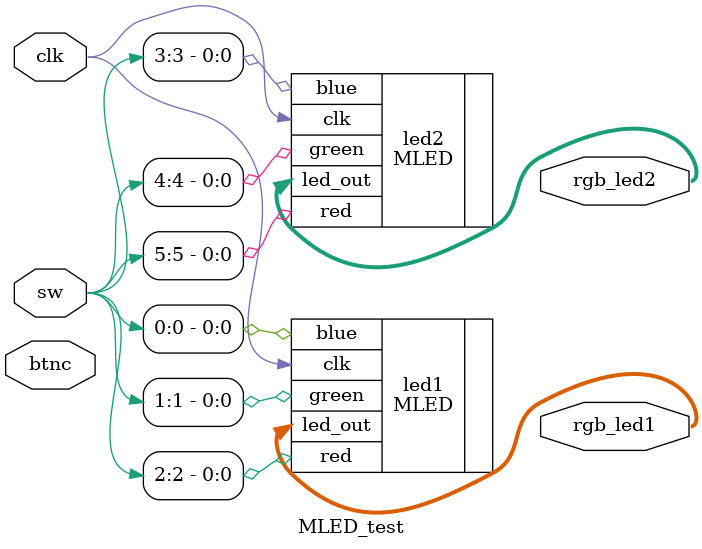
<source format=sv>
`timescale 1ns / 1ps


module MLED_test(
        input logic clk, btnc,
        input logic [15:0] sw,
        output [2:0] rgb_led1, rgb_led2 
    );
    
    MLED led1 (.clk(clk), .red(sw[2]), .green(sw[1]), .blue(sw[0]), .led_out(rgb_led1));
    MLED led2 (.clk(clk), .red(sw[5]), .green(sw[4]), .blue(sw[3]), .led_out(rgb_led2));
endmodule

</source>
